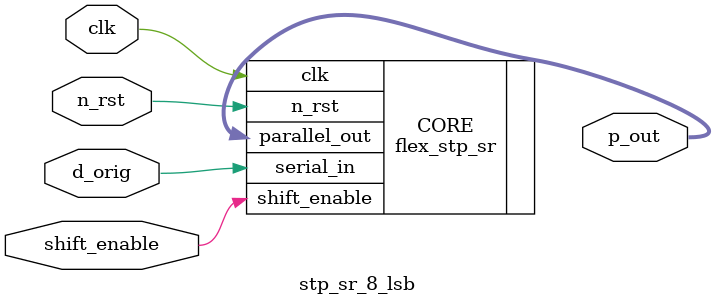
<source format=sv>
module stp_sr_8_lsb
(
  input wire clk,
  input wire n_rst,
  input wire d_orig,
  input wire shift_enable,
  output wire [7:0] p_out 
);

  flex_stp_sr #(
    .SHIFT_MSB(0),
    .NUM_BITS(8)
    )
  CORE(
    .clk(clk),
    .n_rst(n_rst),
    .serial_in(d_orig),
    .shift_enable(shift_enable),
    .parallel_out(p_out)
  );

endmodule
</source>
